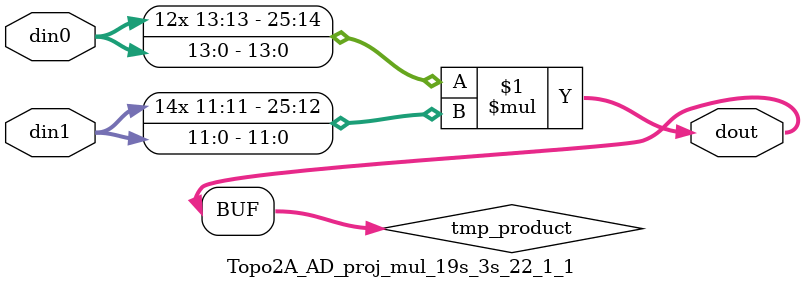
<source format=v>

`timescale 1 ns / 1 ps

 (* use_dsp = "no" *)  module Topo2A_AD_proj_mul_19s_3s_22_1_1(din0, din1, dout);
parameter ID = 1;
parameter NUM_STAGE = 0;
parameter din0_WIDTH = 14;
parameter din1_WIDTH = 12;
parameter dout_WIDTH = 26;

input [din0_WIDTH - 1 : 0] din0; 
input [din1_WIDTH - 1 : 0] din1; 
output [dout_WIDTH - 1 : 0] dout;

wire signed [dout_WIDTH - 1 : 0] tmp_product;



























assign tmp_product = $signed(din0) * $signed(din1);








assign dout = tmp_product;





















endmodule

</source>
